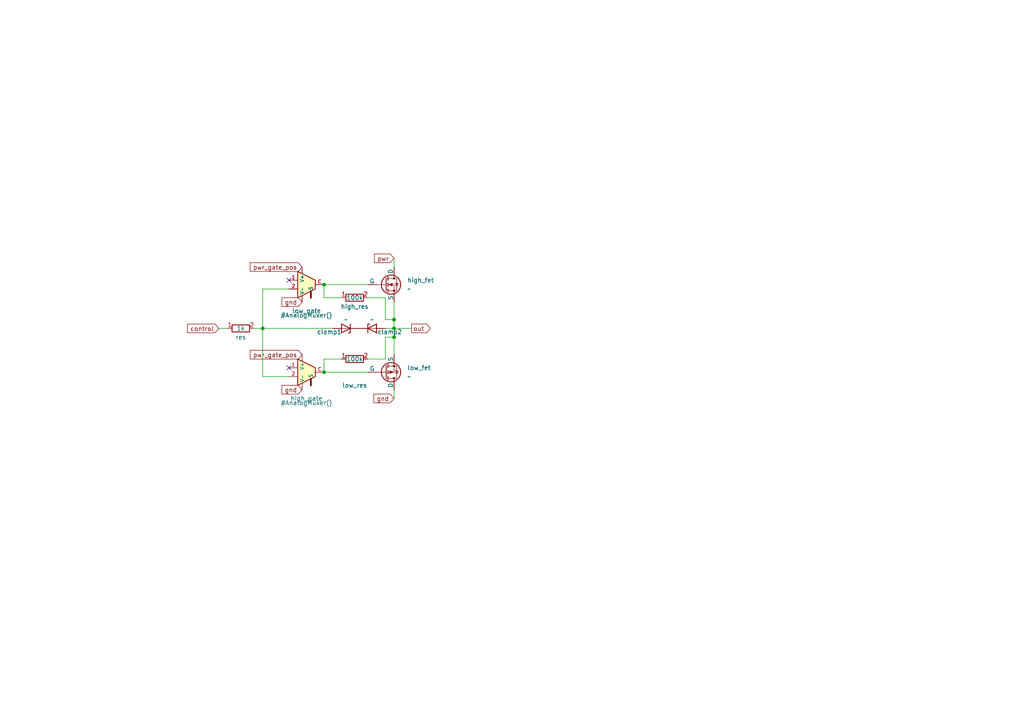
<source format=kicad_sch>
(kicad_sch (version 20231120) (generator "eeschema") (generator_version "8.0")
  (paper "A4")
  (lib_symbols
    (symbol "Device:D_Zener" (pin_numbers hide) (pin_names (offset 1.016) hide)
      (property "Reference" "D" (at 0 2.54 0))
      (property "Value" "D_Zener" (at 0 -2.54 0))
      (symbol "D_Zener_0_1"
        (polyline (pts (xy 1.27 0) (xy -1.27 0)))
        (polyline (pts (xy -1.27 -1.27) (xy -1.27 1.27) (xy -0.762 1.27)) (stroke (width 0.254)))
        (polyline (pts (xy 1.27 -1.27) (xy 1.27 1.27) (xy -1.27 0) (xy 1.27 -1.27)) (stroke (width 0.254)))
      )
      (symbol "D_Zener_1_1"
        (pin passive line (at -3.81 0 0) (length 2.54) (name "K") (number "1"))
        (pin passive line (at 3.81 0 180) (length 2.54) (name "A") (number "2"))
      )
    )
    (symbol "Device:Q_NMOS_DGS" (pin_numbers hide) (pin_names (offset 0))
      (property "Reference" "Q" (at 5.08 1.27 0))
      (property "Value" "Q_NMOS_DGS" (at 5.08 -1.27 0))
      (symbol "Q_NMOS_DGS_0_1"
        (polyline (pts (xy 0.254 0) (xy -2.54 0)))
        (polyline (pts (xy 0.254 1.905) (xy 0.254 -1.905)) (stroke (width 0.254)))
        (polyline (pts (xy 0.762 -1.27) (xy 0.762 -2.286)) (stroke (width 0.254)))
        (polyline (pts (xy 0.762 0.508) (xy 0.762 -0.508)) (stroke (width 0.254)))
        (polyline (pts (xy 0.762 2.286) (xy 0.762 1.27)) (stroke (width 0.254)))
        (polyline (pts (xy 2.54 2.54) (xy 2.54 1.778)))
        (polyline (pts (xy 2.54 -2.54) (xy 2.54 0) (xy 0.762 0)))
        (polyline (pts (xy 0.762 -1.778) (xy 3.302 -1.778) (xy 3.302 1.778) (xy 0.762 1.778)))
        (polyline (pts (xy 1.016 0) (xy 2.032 0.381) (xy 2.032 -0.381) (xy 1.016 0)) (fill (type outline)))
        (polyline (pts (xy 2.794 0.508) (xy 2.921 0.381) (xy 3.683 0.381) (xy 3.81 0.254)))
        (polyline (pts (xy 3.302 0.381) (xy 2.921 -0.254) (xy 3.683 -0.254) (xy 3.302 0.381)))
        (circle (center 1.651 0) (radius 2.794) (stroke (width 0.254)))
        (circle (center 2.54 -1.778) (radius 0.254) (fill (type outline)))
        (circle (center 2.54 1.778) (radius 0.254) (fill (type outline)))
      )
      (symbol "Q_NMOS_DGS_1_1"
        (pin passive line (at 2.54 5.08 270) (length 2.54) (name "D") (number "1"))
        (pin input line (at -5.08 0 0) (length 2.54) (name "G") (number "2"))
        (pin passive line (at 2.54 -5.08 90) (length 2.54) (name "S") (number "3"))
      )
    )
    (symbol "Device:Q_PMOS_DGS" (pin_numbers hide) (pin_names (offset 0))
      (property "Reference" "Q" (at 5.08 1.27 0))
      (property "Value" "Q_PMOS_DGS" (at 5.08 -1.27 0))
      (symbol "Q_PMOS_DGS_0_1"
        (polyline (pts (xy 0.254 0) (xy -2.54 0)))
        (polyline (pts (xy 0.254 1.905) (xy 0.254 -1.905)) (stroke (width 0.254)))
        (polyline (pts (xy 0.762 -1.27) (xy 0.762 -2.286)) (stroke (width 0.254)))
        (polyline (pts (xy 0.762 0.508) (xy 0.762 -0.508)) (stroke (width 0.254)))
        (polyline (pts (xy 0.762 2.286) (xy 0.762 1.27)) (stroke (width 0.254)))
        (polyline (pts (xy 2.54 2.54) (xy 2.54 1.778)))
        (polyline (pts (xy 2.54 -2.54) (xy 2.54 0) (xy 0.762 0)))
        (polyline (pts (xy 0.762 1.778) (xy 3.302 1.778) (xy 3.302 -1.778) (xy 0.762 -1.778)))
        (polyline (pts (xy 2.286 0) (xy 1.27 0.381) (xy 1.27 -0.381) (xy 2.286 0)) (fill (type outline)))
        (polyline (pts (xy 2.794 -0.508) (xy 2.921 -0.381) (xy 3.683 -0.381) (xy 3.81 -0.254)))
        (polyline (pts (xy 3.302 -0.381) (xy 2.921 0.254) (xy 3.683 0.254) (xy 3.302 -0.381)))
        (circle (center 1.651 0) (radius 2.794) (stroke (width 0.254)))
        (circle (center 2.54 -1.778) (radius 0.254) (fill (type outline)))
        (circle (center 2.54 1.778) (radius 0.254) (fill (type outline)))
      )
      (symbol "Q_PMOS_DGS_1_1"
        (pin passive line (at 2.54 5.08 270) (length 2.54) (name "D") (number "1"))
        (pin input line (at -5.08 0 0) (length 2.54) (name "G") (number "2"))
        (pin passive line (at 2.54 -5.08 90) (length 2.54) (name "S") (number "3"))
      )
    )
    (symbol "R_1" (pin_names (offset 0))
      (property "Reference" "R" (at 2.032 0 90))
      (property "Value" "R_1" (at 0 0 90))
      (symbol "R_1_0_1"
        (rectangle (start -1.016 -2.54) (end 1.016 2.54) (stroke (width 0.254)))
      )
      (symbol "R_1_1_1"
        (pin passive line (at 0 3.81 270) (length 1.27) (name "~") (number "1"))
        (pin passive line (at 0 -3.81 90) (length 1.27) (name "~") (number "2"))
      )
    )
    (symbol "edg_importable:Mux2" (pin_names (offset 0.254))
      (property "Reference" "U" (at -2.54 2.54 0))
      (property "Value" "Mux2" (at -5.08 -2.54 0))
      (symbol "Mux2_0_1"
        (polyline (pts (xy -1.27 -1.905) (xy -1.27 -3.81)) (stroke (width 0.5)))
        (polyline (pts (xy -2.54 1.27) (xy -2.54 -1.27) (xy 2.54 -3.81) (xy 2.54 0.635) (xy 2.54 1.27) (xy 2.54 1.905) (xy 2.54 3.81) (xy -2.54 1.27)) (stroke (width 0.254)) (fill (type background)))
      )
      (symbol "Mux2_1_1"
        (pin input line (at -1.27 -3.81 90) (length 1.905) (name "S") (number ""))
        (pin input line (at 1.27 5.08 270) (length 1.905) (name "V+") (number ""))
        (pin input line (at 1.27 -5.08 90) (length 1.905) (name "V-") (number ""))
        (pin passive line (at 5.08 1.27 180) (length 2.54) (name "~") (number "1"))
        (pin passive line (at 5.08 -1.27 180) (length 2.54) (name "~") (number "2"))
        (pin passive line (at -5.08 0 0) (length 2.54) (name "~") (number "C"))
      )
    )
  )
  (junction (at 114.3 95.25))
  (junction (at 76.2 95.25))
  (junction (at 93.98 107.95))
  (junction (at 114.3 92.71))
  (junction (at 114.3 97.79))
  (junction (at 93.98 82.55))
  (no_connect (at 83.82 106.68))
  (no_connect (at 83.82 81.28))
  (wire (pts (xy 114.3 95.25) (xy 114.3 97.79)))
  (wire (pts (xy 76.2 109.22) (xy 83.82 109.22)))
  (wire (pts (xy 99.06 104.14) (xy 93.98 104.14)))
  (wire (pts (xy 114.3 115.57) (xy 114.3 113.03)))
  (wire (pts (xy 99.06 86.36) (xy 93.98 86.36)))
  (wire (pts (xy 93.98 107.95) (xy 106.68 107.95)))
  (wire (pts (xy 106.68 86.36) (xy 111.76 86.36)))
  (wire (pts (xy 76.2 95.25) (xy 76.2 109.22)))
  (wire (pts (xy 114.3 102.87) (xy 114.3 97.79)))
  (wire (pts (xy 114.3 92.71) (xy 114.3 95.25)))
  (wire (pts (xy 114.3 95.25) (xy 119.38 95.25)))
  (wire (pts (xy 93.98 104.14) (xy 93.98 107.95)))
  (wire (pts (xy 111.76 104.14) (xy 111.76 97.79)))
  (wire (pts (xy 106.68 104.14) (xy 111.76 104.14)))
  (wire (pts (xy 83.82 83.82) (xy 76.2 83.82)))
  (wire (pts (xy 111.76 92.71) (xy 114.3 92.71)))
  (wire (pts (xy 73.66 95.25) (xy 76.2 95.25)))
  (wire (pts (xy 106.68 82.55) (xy 93.98 82.55)))
  (wire (pts (xy 76.2 95.25) (xy 96.52 95.25)))
  (wire (pts (xy 111.76 86.36) (xy 111.76 92.71)))
  (wire (pts (xy 111.76 97.79) (xy 114.3 97.79)))
  (wire (pts (xy 111.76 95.25) (xy 114.3 95.25)))
  (wire (pts (xy 93.98 86.36) (xy 93.98 82.55)))
  (wire (pts (xy 114.3 74.93) (xy 114.3 77.47)))
  (wire (pts (xy 63.5 95.25) (xy 66.04 95.25)))
  (wire (pts (xy 114.3 87.63) (xy 114.3 92.71)))
  (wire (pts (xy 76.2 83.82) (xy 76.2 95.25)))
  (global_label "control" (shape input) (at 63.5 95.25 180) (property "Intersheetrefs" "${INTERSHEET_REFS}" (effects (hide yes))))
  (global_label "gnd" (shape input) (at 87.63 113.03 180) (property "Intersheetrefs" "${INTERSHEET_REFS}" (effects (hide yes))))
  (global_label "pwr_gate_pos" (shape input) (at 87.63 77.47 180) (property "Intersheetrefs" "${INTERSHEET_REFS}" (effects (hide yes))))
  (global_label "out" (shape output) (at 119.38 95.25 0) (property "Intersheetrefs" "${INTERSHEET_REFS}" (effects (hide yes))))
  (global_label "gnd" (shape input) (at 114.3 115.57 180) (property "Intersheetrefs" "${INTERSHEET_REFS}" (effects (hide yes))))
  (global_label "pwr" (shape input) (at 114.3 74.93 180) (property "Intersheetrefs" "${INTERSHEET_REFS}" (effects (hide yes))))
  (global_label "pwr_gate_pos" (shape input) (at 87.63 102.87 180) (property "Intersheetrefs" "${INTERSHEET_REFS}" (effects (hide yes))))
  (global_label "gnd" (shape input) (at 87.63 87.63 180) (property "Intersheetrefs" "${INTERSHEET_REFS}" (effects (hide yes))))
  (symbol (lib_name "edg_importable:Mux2") (lib_id "edg_importable:Mux2") (at 88.9 107.95 0) (mirror y) (unit 1)
    (property "Reference" "high_gate" (at 88.9 115.57 0))
    (property "Value" "#AnalogMuxer()" (at 88.9 116.84 0))
  )
  (symbol (lib_id "Device:D_Zener") (at 100.33 95.25 180) (unit 1)
    (property "Reference" "clamp1" (at 95.504 96.266 0))
    (property "Value" "~" (at 100.33 92.71 0))
  )
  (symbol (lib_id "Device:Q_PMOS_DGS") (at 111.76 107.95 0) (mirror x) (unit 1)
    (property "Reference" "low_fet" (at 118.11 106.68 0) (effects (justify left)))
    (property "Value" "~" (at 118.11 109.2199 0) (effects (justify left)))
  )
  (symbol (lib_name "R_1") (lib_id "Device:R") (at 102.87 86.36 90) (unit 1)
    (property "Reference" "high_res" (at 102.87 88.9 90))
    (property "Value" "100k" (at 102.87 86.36 90))
  )
  (symbol (lib_id "Device:D_Zener") (at 107.95 95.25 0) (unit 1)
    (property "Reference" "clamp2" (at 113.03 96.266 0))
    (property "Value" "~" (at 107.95 92.71 0))
  )
  (symbol (lib_name "R_1") (lib_id "Device:R") (at 102.87 104.14 90) (unit 1)
    (property "Reference" "low_res" (at 102.87 111.76 90))
    (property "Value" "100k" (at 102.87 104.14 90))
  )
  (symbol (lib_name "edg_importable:Mux2") (lib_id "edg_importable:Mux2") (at 88.9 82.55 0) (mirror y) (unit 1)
    (property "Reference" "low_gate" (at 88.9 90.17 0))
    (property "Value" "#AnalogMuxer()" (at 88.9 91.44 0))
  )
  (symbol (lib_name "R_1") (lib_id "Device:R") (at 69.85 95.25 90) (unit 1)
    (property "Reference" "res" (at 69.85 97.79 90))
    (property "Value" "1k" (at 69.85 95.25 90))
  )
  (symbol (lib_id "Device:Q_NMOS_DGS") (at 111.76 82.55 0) (unit 1)
    (property "Reference" "high_fet" (at 118.11 81.2799 0) (effects (justify left)))
    (property "Value" "~" (at 118.11 83.8199 0) (effects (justify left)))
  )
)
</source>
